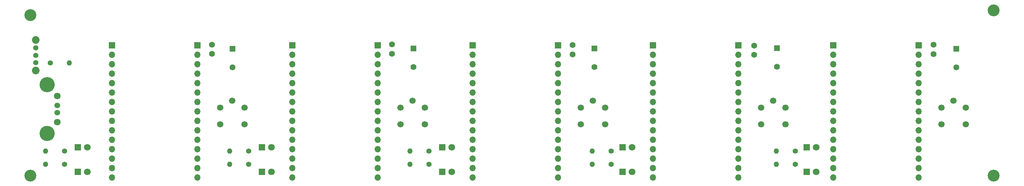
<source format=gbr>
G04 #@! TF.GenerationSoftware,KiCad,Pcbnew,(5.0.0-3-g5ebb6b6)*
G04 #@! TF.CreationDate,2018-09-12T20:08:54-07:00*
G04 #@! TF.ProjectId,iotkong,696F746B6F6E672E6B696361645F7063,rev?*
G04 #@! TF.SameCoordinates,Original*
G04 #@! TF.FileFunction,Soldermask,Top*
G04 #@! TF.FilePolarity,Negative*
%FSLAX46Y46*%
G04 Gerber Fmt 4.6, Leading zero omitted, Abs format (unit mm)*
G04 Created by KiCad (PCBNEW (5.0.0-3-g5ebb6b6)) date Wednesday, September 12, 2018 at 08:08:54 PM*
%MOMM*%
%LPD*%
G01*
G04 APERTURE LIST*
%ADD10C,1.700000*%
%ADD11C,4.064000*%
%ADD12C,1.800000*%
%ADD13C,1.524000*%
%ADD14R,1.700000X1.700000*%
%ADD15O,1.700000X1.700000*%
%ADD16R,1.600000X1.600000*%
%ADD17C,1.600000*%
%ADD18C,1.400000*%
%ADD19O,1.400000X1.400000*%
%ADD20R,1.800000X1.800000*%
%ADD21C,2.050000*%
%ADD22C,3.200000*%
G04 APERTURE END LIST*
D10*
G04 #@! TO.C,SW3*
X145490000Y-66222000D03*
X142240000Y-68072000D03*
X148740000Y-68072000D03*
X142240000Y-72572000D03*
X148740000Y-72572000D03*
G04 #@! TD*
G04 #@! TO.C,SW4*
X193750000Y-66222000D03*
X190500000Y-68072000D03*
X197000000Y-68072000D03*
X190500000Y-72572000D03*
X197000000Y-72572000D03*
G04 #@! TD*
G04 #@! TO.C,SW6*
X290270000Y-66222000D03*
X287020000Y-68072000D03*
X293520000Y-68072000D03*
X287020000Y-72572000D03*
X293520000Y-72572000D03*
G04 #@! TD*
G04 #@! TO.C,SW5*
X242010000Y-66222000D03*
X238760000Y-68072000D03*
X245260000Y-68072000D03*
X238760000Y-72572000D03*
X245260000Y-72572000D03*
G04 #@! TD*
G04 #@! TO.C,SW2*
X97230000Y-66222000D03*
X93980000Y-68072000D03*
X100480000Y-68072000D03*
X93980000Y-72572000D03*
X100480000Y-72572000D03*
G04 #@! TD*
D11*
G04 #@! TO.C,J2*
X47701200Y-75018900D03*
D12*
X50419000Y-71958200D03*
D13*
X50419000Y-69456300D03*
X50419000Y-67449700D03*
D12*
X50419000Y-64947800D03*
D11*
X47701200Y-61887100D03*
G04 #@! TD*
D14*
G04 #@! TO.C,J8*
X258064000Y-51308000D03*
D15*
X258064000Y-53848000D03*
X258064000Y-56388000D03*
X258064000Y-58928000D03*
X258064000Y-61468000D03*
X258064000Y-64008000D03*
X258064000Y-66548000D03*
X258064000Y-69088000D03*
X258064000Y-71628000D03*
X258064000Y-74168000D03*
X258064000Y-76708000D03*
X258064000Y-79248000D03*
X258064000Y-81788000D03*
X258064000Y-84328000D03*
X258064000Y-86868000D03*
G04 #@! TD*
D14*
G04 #@! TO.C,J9*
X209804000Y-51308000D03*
D15*
X209804000Y-53848000D03*
X209804000Y-56388000D03*
X209804000Y-58928000D03*
X209804000Y-61468000D03*
X209804000Y-64008000D03*
X209804000Y-66548000D03*
X209804000Y-69088000D03*
X209804000Y-71628000D03*
X209804000Y-74168000D03*
X209804000Y-76708000D03*
X209804000Y-79248000D03*
X209804000Y-81788000D03*
X209804000Y-84328000D03*
X209804000Y-86868000D03*
G04 #@! TD*
D14*
G04 #@! TO.C,J6*
X161544000Y-51308000D03*
D15*
X161544000Y-53848000D03*
X161544000Y-56388000D03*
X161544000Y-58928000D03*
X161544000Y-61468000D03*
X161544000Y-64008000D03*
X161544000Y-66548000D03*
X161544000Y-69088000D03*
X161544000Y-71628000D03*
X161544000Y-74168000D03*
X161544000Y-76708000D03*
X161544000Y-79248000D03*
X161544000Y-81788000D03*
X161544000Y-84328000D03*
X161544000Y-86868000D03*
G04 #@! TD*
D14*
G04 #@! TO.C,J4*
X113284000Y-51308000D03*
D15*
X113284000Y-53848000D03*
X113284000Y-56388000D03*
X113284000Y-58928000D03*
X113284000Y-61468000D03*
X113284000Y-64008000D03*
X113284000Y-66548000D03*
X113284000Y-69088000D03*
X113284000Y-71628000D03*
X113284000Y-74168000D03*
X113284000Y-76708000D03*
X113284000Y-79248000D03*
X113284000Y-81788000D03*
X113284000Y-84328000D03*
X113284000Y-86868000D03*
G04 #@! TD*
G04 #@! TO.C,J10*
X280924000Y-86868000D03*
X280924000Y-84328000D03*
X280924000Y-81788000D03*
X280924000Y-79248000D03*
X280924000Y-76708000D03*
X280924000Y-74168000D03*
X280924000Y-71628000D03*
X280924000Y-69088000D03*
X280924000Y-66548000D03*
X280924000Y-64008000D03*
X280924000Y-61468000D03*
X280924000Y-58928000D03*
X280924000Y-56388000D03*
X280924000Y-53848000D03*
D14*
X280924000Y-51308000D03*
G04 #@! TD*
D15*
G04 #@! TO.C,J11*
X232664000Y-86868000D03*
X232664000Y-84328000D03*
X232664000Y-81788000D03*
X232664000Y-79248000D03*
X232664000Y-76708000D03*
X232664000Y-74168000D03*
X232664000Y-71628000D03*
X232664000Y-69088000D03*
X232664000Y-66548000D03*
X232664000Y-64008000D03*
X232664000Y-61468000D03*
X232664000Y-58928000D03*
X232664000Y-56388000D03*
X232664000Y-53848000D03*
D14*
X232664000Y-51308000D03*
G04 #@! TD*
D15*
G04 #@! TO.C,J7*
X184404000Y-86868000D03*
X184404000Y-84328000D03*
X184404000Y-81788000D03*
X184404000Y-79248000D03*
X184404000Y-76708000D03*
X184404000Y-74168000D03*
X184404000Y-71628000D03*
X184404000Y-69088000D03*
X184404000Y-66548000D03*
X184404000Y-64008000D03*
X184404000Y-61468000D03*
X184404000Y-58928000D03*
X184404000Y-56388000D03*
X184404000Y-53848000D03*
D14*
X184404000Y-51308000D03*
G04 #@! TD*
D15*
G04 #@! TO.C,J5*
X136144000Y-86868000D03*
X136144000Y-84328000D03*
X136144000Y-81788000D03*
X136144000Y-79248000D03*
X136144000Y-76708000D03*
X136144000Y-74168000D03*
X136144000Y-71628000D03*
X136144000Y-69088000D03*
X136144000Y-66548000D03*
X136144000Y-64008000D03*
X136144000Y-61468000D03*
X136144000Y-58928000D03*
X136144000Y-56388000D03*
X136144000Y-53848000D03*
D14*
X136144000Y-51308000D03*
G04 #@! TD*
D16*
G04 #@! TO.C,C5*
X291033200Y-52273200D03*
D17*
X291033200Y-57273200D03*
G04 #@! TD*
D16*
G04 #@! TO.C,C4*
X243001800Y-52095400D03*
D17*
X243001800Y-57095400D03*
G04 #@! TD*
D16*
G04 #@! TO.C,C3*
X194106800Y-52171600D03*
D17*
X194106800Y-57171600D03*
G04 #@! TD*
D16*
G04 #@! TO.C,C2*
X145694400Y-52171600D03*
D17*
X145694400Y-57171600D03*
G04 #@! TD*
D14*
G04 #@! TO.C,J3*
X87884000Y-51308000D03*
D15*
X87884000Y-53848000D03*
X87884000Y-56388000D03*
X87884000Y-58928000D03*
X87884000Y-61468000D03*
X87884000Y-64008000D03*
X87884000Y-66548000D03*
X87884000Y-69088000D03*
X87884000Y-71628000D03*
X87884000Y-74168000D03*
X87884000Y-76708000D03*
X87884000Y-79248000D03*
X87884000Y-81788000D03*
X87884000Y-84328000D03*
X87884000Y-86868000D03*
G04 #@! TD*
G04 #@! TO.C,J1*
X65024000Y-86868000D03*
X65024000Y-84328000D03*
X65024000Y-81788000D03*
X65024000Y-79248000D03*
X65024000Y-76708000D03*
X65024000Y-74168000D03*
X65024000Y-71628000D03*
X65024000Y-69088000D03*
X65024000Y-66548000D03*
X65024000Y-64008000D03*
X65024000Y-61468000D03*
X65024000Y-58928000D03*
X65024000Y-56388000D03*
X65024000Y-53848000D03*
D14*
X65024000Y-51308000D03*
G04 #@! TD*
D17*
G04 #@! TO.C,C1*
X97282000Y-57247800D03*
D16*
X97282000Y-52247800D03*
G04 #@! TD*
D18*
G04 #@! TO.C,R1*
X48539400Y-56007000D03*
D19*
X53619400Y-56007000D03*
G04 #@! TD*
D17*
G04 #@! TO.C,C6*
X91770200Y-51130200D03*
X91770200Y-53630200D03*
G04 #@! TD*
G04 #@! TO.C,C7*
X139928600Y-53579400D03*
X139928600Y-51079400D03*
G04 #@! TD*
G04 #@! TO.C,C8*
X188290200Y-51231800D03*
X188290200Y-53731800D03*
G04 #@! TD*
G04 #@! TO.C,C9*
X236880400Y-53858800D03*
X236880400Y-51358800D03*
G04 #@! TD*
G04 #@! TO.C,C10*
X284911800Y-51155600D03*
X284911800Y-53655600D03*
G04 #@! TD*
D12*
G04 #@! TO.C,D1*
X58420000Y-85344000D03*
D20*
X55880000Y-85344000D03*
G04 #@! TD*
G04 #@! TO.C,D2*
X55880000Y-78740000D03*
D12*
X58420000Y-78740000D03*
G04 #@! TD*
G04 #@! TO.C,D3*
X107696000Y-85344000D03*
D20*
X105156000Y-85344000D03*
G04 #@! TD*
G04 #@! TO.C,D4*
X105156000Y-78740000D03*
D12*
X107696000Y-78740000D03*
G04 #@! TD*
G04 #@! TO.C,D5*
X155956000Y-85344000D03*
D20*
X153416000Y-85344000D03*
G04 #@! TD*
G04 #@! TO.C,D6*
X153416000Y-78740000D03*
D12*
X155956000Y-78740000D03*
G04 #@! TD*
G04 #@! TO.C,D7*
X204216000Y-85344000D03*
D20*
X201676000Y-85344000D03*
G04 #@! TD*
D12*
G04 #@! TO.C,D8*
X204216000Y-78740000D03*
D20*
X201676000Y-78740000D03*
G04 #@! TD*
G04 #@! TO.C,D9*
X250952000Y-85344000D03*
D12*
X253492000Y-85344000D03*
G04 #@! TD*
D20*
G04 #@! TO.C,D10*
X250952000Y-78740000D03*
D12*
X253492000Y-78740000D03*
G04 #@! TD*
D19*
G04 #@! TO.C,R2*
X47244000Y-83312000D03*
D18*
X52324000Y-83312000D03*
G04 #@! TD*
D19*
G04 #@! TO.C,R3*
X47244000Y-79756000D03*
D18*
X52324000Y-79756000D03*
G04 #@! TD*
G04 #@! TO.C,R4*
X101600000Y-83312000D03*
D19*
X96520000Y-83312000D03*
G04 #@! TD*
G04 #@! TO.C,R5*
X96520000Y-79756000D03*
D18*
X101600000Y-79756000D03*
G04 #@! TD*
G04 #@! TO.C,R6*
X149860000Y-83312000D03*
D19*
X144780000Y-83312000D03*
G04 #@! TD*
D18*
G04 #@! TO.C,R7*
X149860000Y-79756000D03*
D19*
X144780000Y-79756000D03*
G04 #@! TD*
G04 #@! TO.C,R8*
X193548000Y-83312000D03*
D18*
X198628000Y-83312000D03*
G04 #@! TD*
G04 #@! TO.C,R9*
X198628000Y-79756000D03*
D19*
X193548000Y-79756000D03*
G04 #@! TD*
D18*
G04 #@! TO.C,R10*
X247904000Y-83312000D03*
D19*
X242824000Y-83312000D03*
G04 #@! TD*
G04 #@! TO.C,R11*
X242824000Y-79756000D03*
D18*
X247904000Y-79756000D03*
G04 #@! TD*
G04 #@! TO.C,SW1*
X44627800Y-54000400D03*
X44627800Y-52000400D03*
X44627800Y-56000400D03*
D21*
X44627800Y-58100400D03*
X44627800Y-49900400D03*
G04 #@! TD*
D22*
G04 #@! TO.C,MH1*
X43180000Y-43180000D03*
G04 #@! TD*
G04 #@! TO.C,MH2*
X43180000Y-86360000D03*
G04 #@! TD*
G04 #@! TO.C,MH3*
X300990000Y-41910000D03*
G04 #@! TD*
G04 #@! TO.C,MH4*
X300990000Y-86360000D03*
G04 #@! TD*
M02*

</source>
